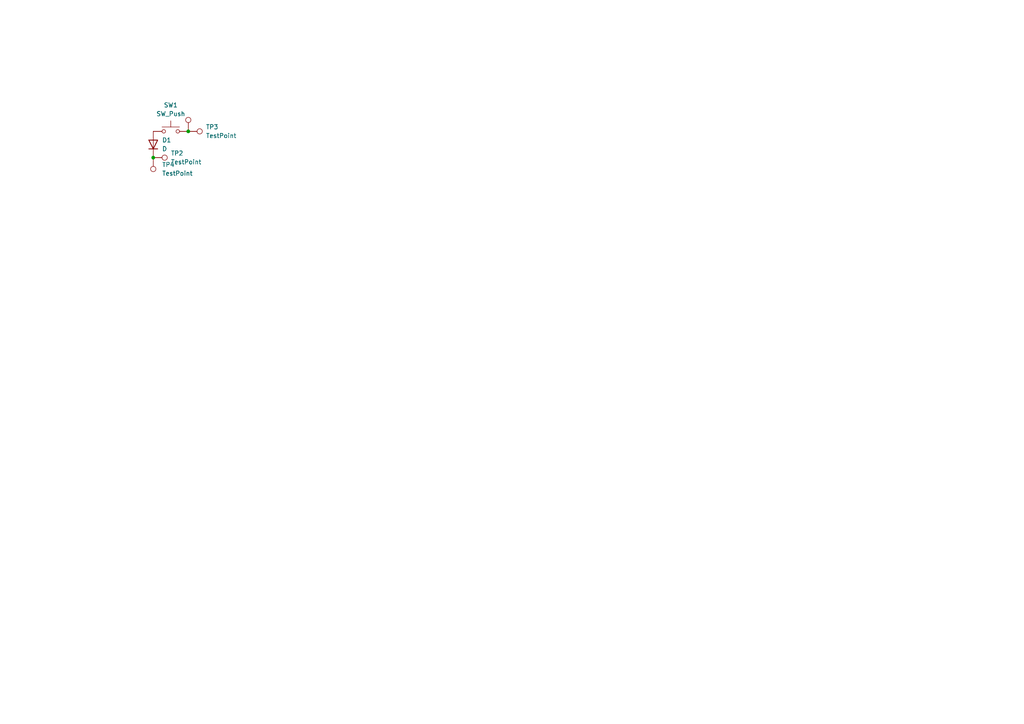
<source format=kicad_sch>
(kicad_sch (version 20230121) (generator eeschema)
  (paper "A4")
  (lib_symbols
    (symbol "Connector:TestPoint" (pin_numbers hide) (pin_names (offset 0.762) hide)
      (property "Reference" "TP" (at 0 6.858 0))
      (property "Value" "TestPoint" (at 0 5.08 0))
      (symbol "TestPoint_0_1"
        (circle (center 0 3.302) (radius 0.762))
      )
      (symbol "TestPoint_1_1"
        (pin passive line (at 0 0 90) (length 2.54) (name "1") (number "1"))
      )
    )
    (symbol "Device:D" (pin_numbers hide) (pin_names (offset 1.016) hide)
      (property "Reference" "D" (at 0 2.54 0))
      (property "Value" "D" (at 0 -2.54 0))
      (symbol "D_0_1"
        (polyline (pts (xy -1.27 1.27) (xy -1.27 -1.27)) (stroke (width 0.254)))
        (polyline (pts (xy 1.27 0) (xy -1.27 0)))
        (polyline (pts (xy 1.27 1.27) (xy 1.27 -1.27) (xy -1.27 0) (xy 1.27 1.27)) (stroke (width 0.254)))
      )
      (symbol "D_1_1"
        (pin passive line (at -3.81 0 0) (length 2.54) (name "K") (number "1"))
        (pin passive line (at 3.81 0 180) (length 2.54) (name "A") (number "2"))
      )
    )
    (symbol "Switch:SW_Push" (pin_numbers hide) (pin_names (offset 1.016) hide)
      (property "Reference" "SW" (at 1.27 2.54 0))
      (property "Value" "SW_Push" (at 0 -1.524 0))
      (symbol "SW_Push_0_1"
        (circle (center -2.032 0) (radius 0.508))
        (polyline (pts (xy 0 1.27) (xy 0 3.048)))
        (polyline (pts (xy 2.54 1.27) (xy -2.54 1.27)))
        (circle (center 2.032 0) (radius 0.508))
        (pin passive line (at -5.08 0 0) (length 2.54) (name "1") (number "1"))
        (pin passive line (at 5.08 0 180) (length 2.54) (name "2") (number "2"))
      )
    )
  )
  (junction (at 44.45 45.72))
  (junction (at 54.61 38.1))
  (symbol (lib_id "Device:D") (at 44.45 41.91 90) (unit 1)
    (property "Reference" "D1" (at 46.99 40.64 90) (effects (justify right)))
    (property "Value" "D" (at 46.99 43.18 90) (effects (justify right)))
    (property "Footprint" "Diode_SMD:D_0603_1608Metric" (effects hide))
    (property "Sim.Device" "D" (effects hide))
    (property "Sim.Pins" "1=K 2=A" (effects hide))
  )
  (symbol (lib_id "Switch:SW_Push") (at 49.53 38.1 0) (unit 1)
    (property "Reference" "SW1" (at 49.53 30.48 0))
    (property "Value" "SW_Push" (at 49.53 33.02 0))
    (property "Footprint" "PCM_Switch_Keyboard_Hotswap_Kailh:SW_Hotswap_Kailh_MX_1.00u" (effects hide))
  )
  (symbol (lib_id "Connector:TestPoint") (at 44.45 45.72 270) (unit 1)
    (property "Reference" "TP2" (at 49.53 44.45 90) (effects (justify left)))
    (property "Value" "TestPoint" (at 49.53 46.99 90) (effects (justify left)))
    (property "Footprint" "TestPoint:TestPoint_Pad_D2.5mm" (effects hide))
  )
  (symbol (lib_id "Connector:TestPoint") (at 54.61 38.1 270) (unit 1)
    (property "Reference" "TP3" (at 59.69 36.83 90) (effects (justify left)))
    (property "Value" "TestPoint" (at 59.69 39.37 90) (effects (justify left)))
    (property "Footprint" "TestPoint:TestPoint_Pad_D4.0mm" (effects hide))
  )
  (symbol (lib_id "Connector:TestPoint") (at 44.45 45.72 180) (unit 1)
    (property "Reference" "TP4" (at 46.99 47.752 0) (effects (justify right)))
    (property "Value" "TestPoint" (at 46.99 50.292 0) (effects (justify right)))
    (property "Footprint" "TestPoint:TestPoint_Pad_D4.0mm" (effects hide))
  )
  (symbol (lib_id "Connector:TestPoint") (at 54.61 38.1 0) (unit 1)
    (property "Reference" "TP1" (effects hide))
    (property "Value" "TestPoint" (effects hide))
    (property "Footprint" "TestPoint:TestPoint_Pad_D2.5mm" (effects hide))
  )
)
</source>
